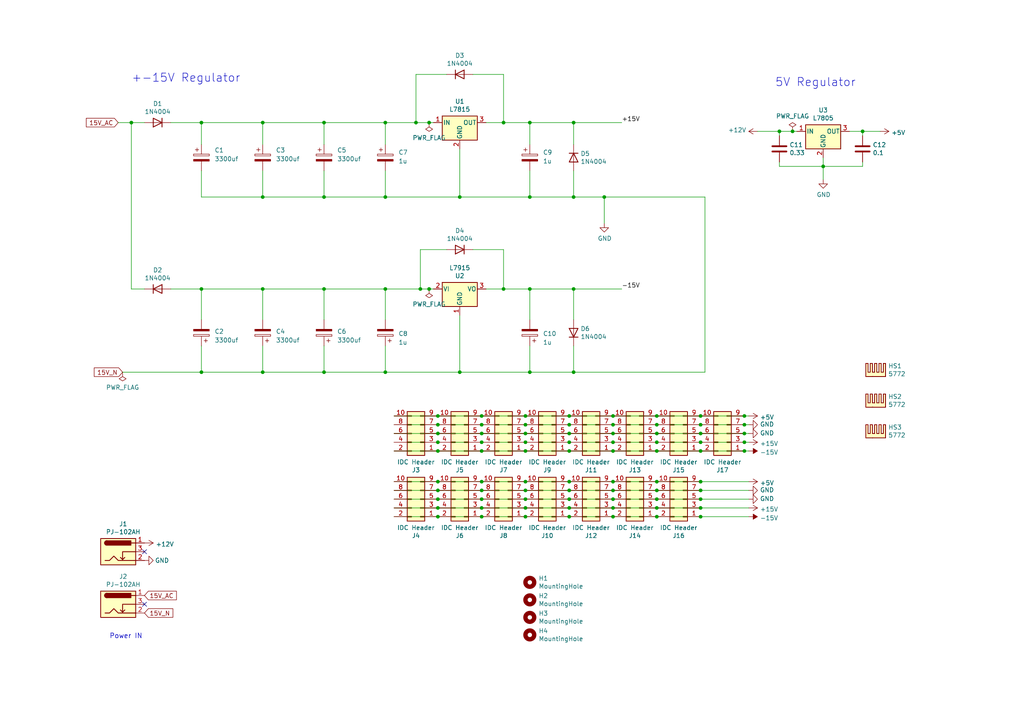
<source format=kicad_sch>
(kicad_sch (version 20230121) (generator eeschema)
  (paper "A4")
  (title_block (title "Power Supply") (date "2019-12-26") (rev "01") (comment 1 "main circuit") (comment 2 "Wall Wart Power Supply (+15V/-15V/5V)") (comment 4 "License CC BY 4.0 - Attribution 4.0 International"))
  (lib_symbols
    (symbol "Connector:Barrel_Jack_Switch" (pin_names hide)
      (property "Reference" "J" (at 0 5.334 0))
      (property "Value" "Barrel_Jack_Switch" (at 0 -5.08 0))
      (symbol "Barrel_Jack_Switch_0_1"
        (rectangle (start -5.08 3.81) (end 5.08 -3.81) (stroke (width 0.254)) (fill (type background)))
        (arc (start -3.302 3.175) (mid -3.9343 2.54) (end -3.302 1.905) (stroke (width 0.254)))
        (arc (start -3.302 3.175) (mid -3.9343 2.54) (end -3.302 1.905) (stroke (width 0.254)) (fill (type outline)))
        (polyline (pts (xy 1.27 -2.286) (xy 1.905 -1.651)) (stroke (width 0.254)))
        (polyline (pts (xy 5.08 2.54) (xy 3.81 2.54)) (stroke (width 0.254)))
        (polyline (pts (xy 5.08 0) (xy 1.27 0) (xy 1.27 -2.286) (xy 0.635 -1.651)) (stroke (width 0.254)))
        (polyline (pts (xy -3.81 -2.54) (xy -2.54 -2.54) (xy -1.27 -1.27) (xy 0 -2.54) (xy 2.54 -2.54) (xy 5.08 -2.54)) (stroke (width 0.254)))
        (rectangle (start 3.683 3.175) (end -3.302 1.905) (stroke (width 0.254)) (fill (type outline)))
      )
      (symbol "Barrel_Jack_Switch_1_1"
        (pin passive line (at 7.62 2.54 180) (length 2.54) (name "~") (number "1"))
        (pin passive line (at 7.62 -2.54 180) (length 2.54) (name "~") (number "2"))
        (pin passive line (at 7.62 0 180) (length 2.54) (name "~") (number "3"))
      )
    )
    (symbol "Connector_Generic:Conn_02x05_Odd_Even" (pin_names (offset 1.016) hide)
      (property "Reference" "J" (at 1.27 7.62 0))
      (property "Value" "Conn_02x05_Odd_Even" (at 1.27 -7.62 0))
      (symbol "Conn_02x05_Odd_Even_1_1"
        (rectangle (start -1.27 -4.953) (end 0 -5.207) (stroke (width 0.1524)))
        (rectangle (start -1.27 -2.413) (end 0 -2.667) (stroke (width 0.1524)))
        (rectangle (start -1.27 0.127) (end 0 -0.127) (stroke (width 0.1524)))
        (rectangle (start -1.27 2.667) (end 0 2.413) (stroke (width 0.1524)))
        (rectangle (start -1.27 5.207) (end 0 4.953) (stroke (width 0.1524)))
        (rectangle (start -1.27 6.35) (end 3.81 -6.35) (stroke (width 0.254)) (fill (type background)))
        (rectangle (start 3.81 -4.953) (end 2.54 -5.207) (stroke (width 0.1524)))
        (rectangle (start 3.81 -2.413) (end 2.54 -2.667) (stroke (width 0.1524)))
        (rectangle (start 3.81 0.127) (end 2.54 -0.127) (stroke (width 0.1524)))
        (rectangle (start 3.81 2.667) (end 2.54 2.413) (stroke (width 0.1524)))
        (rectangle (start 3.81 5.207) (end 2.54 4.953) (stroke (width 0.1524)))
        (pin passive line (at -5.08 5.08 0) (length 3.81) (name "Pin_1") (number "1"))
        (pin passive line (at 7.62 -5.08 180) (length 3.81) (name "Pin_10") (number "10"))
        (pin passive line (at 7.62 5.08 180) (length 3.81) (name "Pin_2") (number "2"))
        (pin passive line (at -5.08 2.54 0) (length 3.81) (name "Pin_3") (number "3"))
        (pin passive line (at 7.62 2.54 180) (length 3.81) (name "Pin_4") (number "4"))
        (pin passive line (at -5.08 0 0) (length 3.81) (name "Pin_5") (number "5"))
        (pin passive line (at 7.62 0 180) (length 3.81) (name "Pin_6") (number "6"))
        (pin passive line (at -5.08 -2.54 0) (length 3.81) (name "Pin_7") (number "7"))
        (pin passive line (at 7.62 -2.54 180) (length 3.81) (name "Pin_8") (number "8"))
        (pin passive line (at -5.08 -5.08 0) (length 3.81) (name "Pin_9") (number "9"))
      )
    )
    (symbol "Device:C" (pin_numbers hide) (pin_names (offset 0.254))
      (property "Reference" "C" (at 0.635 2.54 0))
      (property "Value" "C" (at 0.635 -2.54 0))
      (symbol "C_0_1"
        (polyline (pts (xy -2.032 -0.762) (xy 2.032 -0.762)) (stroke (width 0.508)))
        (polyline (pts (xy -2.032 0.762) (xy 2.032 0.762)) (stroke (width 0.508)))
      )
      (symbol "C_1_1"
        (pin passive line (at 0 3.81 270) (length 2.794) (name "~") (number "1"))
        (pin passive line (at 0 -3.81 90) (length 2.794) (name "~") (number "2"))
      )
    )
    (symbol "Device:C_Polarized" (pin_numbers hide) (pin_names (offset 0.254))
      (property "Reference" "C" (at 0.635 2.54 0))
      (property "Value" "C_Polarized" (at 0.635 -2.54 0))
      (symbol "C_Polarized_0_1"
        (rectangle (start -2.286 0.508) (end 2.286 1.016))
        (polyline (pts (xy -1.778 2.286) (xy -0.762 2.286)))
        (polyline (pts (xy -1.27 2.794) (xy -1.27 1.778)))
        (rectangle (start 2.286 -0.508) (end -2.286 -1.016) (fill (type outline)))
      )
      (symbol "C_Polarized_1_1"
        (pin passive line (at 0 3.81 270) (length 2.794) (name "~") (number "1"))
        (pin passive line (at 0 -3.81 90) (length 2.794) (name "~") (number "2"))
      )
    )
    (symbol "Diode:1N4004" (pin_numbers hide) (pin_names hide)
      (property "Reference" "D" (at 0 2.54 0))
      (property "Value" "1N4004" (at 0 -2.54 0))
      (symbol "1N4004_0_1"
        (polyline (pts (xy -1.27 1.27) (xy -1.27 -1.27)) (stroke (width 0.254)))
        (polyline (pts (xy 1.27 0) (xy -1.27 0)))
        (polyline (pts (xy 1.27 1.27) (xy 1.27 -1.27) (xy -1.27 0) (xy 1.27 1.27)) (stroke (width 0.254)))
      )
      (symbol "1N4004_1_1"
        (pin passive line (at -3.81 0 0) (length 2.54) (name "K") (number "1"))
        (pin passive line (at 3.81 0 180) (length 2.54) (name "A") (number "2"))
      )
    )
    (symbol "Mechanical:Heatsink" (pin_names (offset 1.016))
      (property "Reference" "HS" (at 0 5.08 0))
      (property "Value" "Heatsink" (at 0 -1.27 0))
      (symbol "Heatsink_0_1"
        (polyline (pts (xy -0.3302 1.27) (xy -0.9652 1.27) (xy -0.9652 3.81) (xy -1.6002 3.81) (xy -1.6002 1.27) (xy -2.2352 1.27) (xy -2.2352 3.81) (xy -2.8702 3.81) (xy -2.8702 0) (xy -0.9652 0)) (stroke (width 0.254)) (fill (type background)))
        (polyline (pts (xy -0.3302 1.27) (xy -0.3302 3.81) (xy 0.3048 3.81) (xy 0.3048 1.27) (xy 0.9398 1.27) (xy 0.9398 3.81) (xy 1.5748 3.81) (xy 1.5748 1.27) (xy 2.2098 1.27) (xy 2.2098 3.81) (xy 2.8448 3.81) (xy 2.8448 0) (xy -0.9652 0)) (stroke (width 0.254)) (fill (type background)))
      )
    )
    (symbol "Mechanical:MountingHole" (pin_names (offset 1.016))
      (property "Reference" "H" (at 0 5.08 0))
      (property "Value" "MountingHole" (at 0 3.175 0))
      (symbol "MountingHole_0_1"
        (circle (center 0 0) (radius 1.27) (stroke (width 1.27)))
      )
    )
    (symbol "Regulator_Linear:L7805" (pin_names (offset 0.254))
      (property "Reference" "U" (at -3.81 3.175 0))
      (property "Value" "L7805" (at 0 3.175 0))
      (symbol "L7805_0_1"
        (rectangle (start -5.08 1.905) (end 5.08 -5.08) (stroke (width 0.254)) (fill (type background)))
      )
      (symbol "L7805_1_1"
        (pin power_in line (at -7.62 0 0) (length 2.54) (name "IN") (number "1"))
        (pin power_in line (at 0 -7.62 90) (length 2.54) (name "GND") (number "2"))
        (pin power_out line (at 7.62 0 180) (length 2.54) (name "OUT") (number "3"))
      )
    )
    (symbol "Regulator_Linear:L7815" (pin_names (offset 0.254))
      (property "Reference" "U" (at -3.81 3.175 0))
      (property "Value" "L7815" (at 0 3.175 0))
      (symbol "L7815_0_1"
        (rectangle (start -5.08 1.905) (end 5.08 -5.08) (stroke (width 0.254)) (fill (type background)))
      )
      (symbol "L7815_1_1"
        (pin power_in line (at -7.62 0 0) (length 2.54) (name "IN") (number "1"))
        (pin power_in line (at 0 -7.62 90) (length 2.54) (name "GND") (number "2"))
        (pin power_out line (at 7.62 0 180) (length 2.54) (name "OUT") (number "3"))
      )
    )
    (symbol "Regulator_Linear:L7915" (pin_names (offset 0.254))
      (property "Reference" "U" (at -3.81 -3.175 0))
      (property "Value" "L7915" (at 0 -3.175 0))
      (symbol "L7915_0_1"
        (rectangle (start -5.08 5.08) (end 5.08 -1.905) (stroke (width 0.254)) (fill (type background)))
      )
      (symbol "L7915_1_1"
        (pin power_in line (at 0 7.62 270) (length 2.54) (name "GND") (number "1"))
        (pin power_in line (at -7.62 0 0) (length 2.54) (name "VI") (number "2"))
        (pin power_out line (at 7.62 0 180) (length 2.54) (name "VO") (number "3"))
      )
    )
    (symbol "power:+12V" (power) (pin_names (offset 0))
      (property "Value" "+12V" (at 0 3.556 0))
      (symbol "+12V_0_1"
        (polyline (pts (xy -0.762 1.27) (xy 0 2.54)))
        (polyline (pts (xy 0 0) (xy 0 2.54)))
        (polyline (pts (xy 0 2.54) (xy 0.762 1.27)))
      )
      (symbol "+12V_1_1"
        (pin power_in line (at 0 0 90) (length 0) hide (name "+12V") (number "1"))
      )
    )
    (symbol "power:+15V" (power) (pin_names (offset 0))
      (property "Value" "+15V" (at 0 3.556 0))
      (symbol "+15V_0_1"
        (polyline (pts (xy -0.762 1.27) (xy 0 2.54)))
        (polyline (pts (xy 0 0) (xy 0 2.54)))
        (polyline (pts (xy 0 2.54) (xy 0.762 1.27)))
      )
      (symbol "+15V_1_1"
        (pin power_in line (at 0 0 90) (length 0) hide (name "+15V") (number "1"))
      )
    )
    (symbol "power:+5V" (power) (pin_names (offset 0))
      (property "Value" "+5V" (at 0 3.556 0))
      (symbol "+5V_0_1"
        (polyline (pts (xy -0.762 1.27) (xy 0 2.54)))
        (polyline (pts (xy 0 0) (xy 0 2.54)))
        (polyline (pts (xy 0 2.54) (xy 0.762 1.27)))
      )
      (symbol "+5V_1_1"
        (pin power_in line (at 0 0 90) (length 0) hide (name "+5V") (number "1"))
      )
    )
    (symbol "power:-15V" (power) (pin_names (offset 0))
      (property "Value" "-15V" (at 0 3.81 0))
      (symbol "-15V_0_0"
        (pin power_in line (at 0 0 90) (length 0) hide (name "-15V") (number "1"))
      )
      (symbol "-15V_0_1"
        (polyline (pts (xy 0 0) (xy 0 1.27) (xy 0.762 1.27) (xy 0 2.54) (xy -0.762 1.27) (xy 0 1.27)) (fill (type outline)))
      )
    )
    (symbol "power:GND" (power) (pin_names (offset 0))
      (property "Value" "GND" (at 0 -3.81 0))
      (symbol "GND_0_1"
        (polyline (pts (xy 0 0) (xy 0 -1.27) (xy 1.27 -1.27) (xy 0 -2.54) (xy -1.27 -1.27) (xy 0 -1.27)))
      )
      (symbol "GND_1_1"
        (pin power_in line (at 0 0 270) (length 0) hide (name "GND") (number "1"))
      )
    )
    (symbol "power:PWR_FLAG" (power) (pin_numbers hide) (pin_names (offset 0) hide)
      (property "Value" "PWR_FLAG" (at 0 3.81 0))
      (symbol "PWR_FLAG_0_0"
        (pin power_out line (at 0 0 90) (length 0) (name "pwr") (number "1"))
      )
      (symbol "PWR_FLAG_0_1"
        (polyline (pts (xy 0 0) (xy 0 1.27) (xy -1.016 1.905) (xy 0 2.54) (xy 1.016 1.905) (xy 0 1.27)))
      )
    )
  )
  (junction (at 93.98 57.15))
  (junction (at 152.4 144.78))
  (junction (at 153.67 35.56))
  (junction (at 152.4 123.19))
  (junction (at 190.5 123.19))
  (junction (at 165.1 149.86))
  (junction (at 166.37 35.56))
  (junction (at 177.8 144.78))
  (junction (at 139.7 142.24))
  (junction (at 146.05 35.56))
  (junction (at 127 123.19))
  (junction (at 190.5 120.65))
  (junction (at 127 147.32))
  (junction (at 190.5 128.27))
  (junction (at 165.1 147.32))
  (junction (at 215.9 128.27))
  (junction (at 177.8 130.81))
  (junction (at 250.19 38.1))
  (junction (at 203.2 123.19))
  (junction (at 215.9 125.73))
  (junction (at 152.4 130.81))
  (junction (at 124.46 35.56))
  (junction (at 153.67 107.95))
  (junction (at 38.1 35.56))
  (junction (at 127 130.81))
  (junction (at 229.87 38.1))
  (junction (at 127 125.73))
  (junction (at 93.98 107.95))
  (junction (at 133.35 57.15))
  (junction (at 127 139.7))
  (junction (at 111.76 107.95))
  (junction (at 121.92 83.82))
  (junction (at 111.76 35.56))
  (junction (at 76.2 107.95))
  (junction (at 139.7 130.81))
  (junction (at 124.46 83.82))
  (junction (at 93.98 35.56))
  (junction (at 111.76 57.15))
  (junction (at 165.1 123.19))
  (junction (at 177.8 142.24))
  (junction (at 111.76 83.82))
  (junction (at 203.2 142.24))
  (junction (at 58.42 107.95))
  (junction (at 152.4 147.32))
  (junction (at 58.42 35.56))
  (junction (at 127 144.78))
  (junction (at 165.1 125.73))
  (junction (at 177.8 125.73))
  (junction (at 139.7 128.27))
  (junction (at 152.4 128.27))
  (junction (at 139.7 123.19))
  (junction (at 152.4 149.86))
  (junction (at 177.8 139.7))
  (junction (at 127 120.65))
  (junction (at 139.7 139.7))
  (junction (at 152.4 142.24))
  (junction (at 190.5 139.7))
  (junction (at 93.98 83.82))
  (junction (at 152.4 120.65))
  (junction (at 152.4 125.73))
  (junction (at 153.67 57.15))
  (junction (at 226.06 38.1))
  (junction (at 76.2 57.15))
  (junction (at 58.42 83.82))
  (junction (at 146.05 83.82))
  (junction (at 203.2 147.32))
  (junction (at 76.2 83.82))
  (junction (at 177.8 128.27))
  (junction (at 215.9 120.65))
  (junction (at 203.2 149.86))
  (junction (at 139.7 120.65))
  (junction (at 175.26 57.15))
  (junction (at 76.2 35.56))
  (junction (at 165.1 130.81))
  (junction (at 139.7 147.32))
  (junction (at 120.65 35.56))
  (junction (at 177.8 120.65))
  (junction (at 165.1 144.78))
  (junction (at 139.7 149.86))
  (junction (at 153.67 83.82))
  (junction (at 215.9 130.81))
  (junction (at 165.1 139.7))
  (junction (at 190.5 149.86))
  (junction (at 203.2 125.73))
  (junction (at 190.5 125.73))
  (junction (at 203.2 130.81))
  (junction (at 177.8 123.19))
  (junction (at 203.2 139.7))
  (junction (at 190.5 130.81))
  (junction (at 177.8 147.32))
  (junction (at 203.2 128.27))
  (junction (at 166.37 107.95))
  (junction (at 165.1 128.27))
  (junction (at 177.8 149.86))
  (junction (at 166.37 57.15))
  (junction (at 238.76 48.26))
  (junction (at 190.5 144.78))
  (junction (at 190.5 147.32))
  (junction (at 127 128.27))
  (junction (at 203.2 120.65))
  (junction (at 190.5 142.24))
  (junction (at 127 142.24))
  (junction (at 203.2 144.78))
  (junction (at 166.37 83.82))
  (junction (at 133.35 107.95))
  (junction (at 215.9 123.19))
  (junction (at 152.4 139.7))
  (junction (at 165.1 120.65))
  (junction (at 139.7 125.73))
  (junction (at 165.1 142.24))
  (junction (at 139.7 144.78))
  (junction (at 127 149.86))
  (no_connect (at 41.91 160.02))
  (no_connect (at 41.91 175.26))
  (wire (pts (xy 190.5 139.7) (xy 177.8 139.7)))
  (wire (pts (xy 203.2 149.86) (xy 217.17 149.86)))
  (wire (pts (xy 165.1 149.86) (xy 152.4 149.86)))
  (wire (pts (xy 226.06 38.1) (xy 229.87 38.1)))
  (wire (pts (xy 76.2 41.91) (xy 76.2 35.56)))
  (wire (pts (xy 177.8 144.78) (xy 165.1 144.78)))
  (wire (pts (xy 139.7 120.65) (xy 127 120.65)))
  (wire (pts (xy 165.1 142.24) (xy 152.4 142.24)))
  (wire (pts (xy 165.1 130.81) (xy 152.4 130.81)))
  (wire (pts (xy 217.17 123.19) (xy 215.9 123.19)))
  (wire (pts (xy 152.4 130.81) (xy 139.7 130.81)))
  (wire (pts (xy 114.3 147.32) (xy 127 147.32)))
  (wire (pts (xy 93.98 41.91) (xy 93.98 35.56)))
  (wire (pts (xy 76.2 100.33) (xy 76.2 107.95)))
  (wire (pts (xy 177.8 125.73) (xy 165.1 125.73)))
  (wire (pts (xy 111.76 57.15) (xy 133.35 57.15)))
  (wire (pts (xy 120.65 35.56) (xy 111.76 35.56)))
  (wire (pts (xy 58.42 83.82) (xy 76.2 83.82)))
  (wire (pts (xy 127 128.27) (xy 139.7 128.27)))
  (wire (pts (xy 38.1 83.82) (xy 38.1 35.56)))
  (wire (pts (xy 127 142.24) (xy 114.3 142.24)))
  (wire (pts (xy 153.67 35.56) (xy 146.05 35.56)))
  (wire (pts (xy 76.2 35.56) (xy 93.98 35.56)))
  (wire (pts (xy 125.73 35.56) (xy 124.46 35.56)))
  (wire (pts (xy 166.37 100.33) (xy 166.37 107.95)))
  (wire (pts (xy 215.9 123.19) (xy 203.2 123.19)))
  (wire (pts (xy 190.5 142.24) (xy 177.8 142.24)))
  (wire (pts (xy 93.98 83.82) (xy 111.76 83.82)))
  (wire (pts (xy 203.2 120.65) (xy 215.9 120.65)))
  (wire (pts (xy 203.2 149.86) (xy 190.5 149.86)))
  (wire (pts (xy 137.16 21.59) (xy 146.05 21.59)))
  (wire (pts (xy 127 130.81) (xy 114.3 130.81)))
  (wire (pts (xy 226.06 48.26) (xy 226.06 46.99)))
  (wire (pts (xy 127 123.19) (xy 114.3 123.19)))
  (wire (pts (xy 203.2 139.7) (xy 190.5 139.7)))
  (wire (pts (xy 121.92 72.39) (xy 121.92 83.82)))
  (wire (pts (xy 124.46 83.82) (xy 125.73 83.82)))
  (wire (pts (xy 166.37 107.95) (xy 153.67 107.95)))
  (wire (pts (xy 139.7 142.24) (xy 127 142.24)))
  (wire (pts (xy 166.37 41.91) (xy 166.37 35.56)))
  (wire (pts (xy 58.42 92.71) (xy 58.42 83.82)))
  (wire (pts (xy 177.8 149.86) (xy 165.1 149.86)))
  (wire (pts (xy 127 149.86) (xy 114.3 149.86)))
  (wire (pts (xy 93.98 35.56) (xy 111.76 35.56)))
  (wire (pts (xy 139.7 149.86) (xy 127 149.86)))
  (wire (pts (xy 177.8 139.7) (xy 165.1 139.7)))
  (wire (pts (xy 203.2 144.78) (xy 217.17 144.78)))
  (wire (pts (xy 111.76 41.91) (xy 111.76 35.56)))
  (wire (pts (xy 127 125.73) (xy 114.3 125.73)))
  (wire (pts (xy 153.67 92.71) (xy 153.67 83.82)))
  (wire (pts (xy 165.1 144.78) (xy 152.4 144.78)))
  (wire (pts (xy 93.98 49.53) (xy 93.98 57.15)))
  (wire (pts (xy 255.27 38.1) (xy 250.19 38.1)))
  (wire (pts (xy 133.35 91.44) (xy 133.35 107.95)))
  (wire (pts (xy 146.05 35.56) (xy 140.97 35.56)))
  (wire (pts (xy 76.2 83.82) (xy 93.98 83.82)))
  (wire (pts (xy 139.7 123.19) (xy 127 123.19)))
  (wire (pts (xy 226.06 48.26) (xy 238.76 48.26)))
  (wire (pts (xy 177.8 142.24) (xy 165.1 142.24)))
  (wire (pts (xy 127 147.32) (xy 139.7 147.32)))
  (wire (pts (xy 250.19 39.37) (xy 250.19 38.1)))
  (wire (pts (xy 137.16 72.39) (xy 146.05 72.39)))
  (wire (pts (xy 49.53 35.56) (xy 58.42 35.56)))
  (wire (pts (xy 120.65 35.56) (xy 120.65 21.59)))
  (wire (pts (xy 203.2 125.73) (xy 190.5 125.73)))
  (wire (pts (xy 175.26 57.15) (xy 204.47 57.15)))
  (wire (pts (xy 165.1 123.19) (xy 152.4 123.19)))
  (wire (pts (xy 204.47 107.95) (xy 166.37 107.95)))
  (wire (pts (xy 217.17 125.73) (xy 215.9 125.73)))
  (wire (pts (xy 152.4 125.73) (xy 139.7 125.73)))
  (wire (pts (xy 165.1 120.65) (xy 152.4 120.65)))
  (wire (pts (xy 133.35 107.95) (xy 111.76 107.95)))
  (wire (pts (xy 190.5 125.73) (xy 177.8 125.73)))
  (wire (pts (xy 38.1 35.56) (xy 41.91 35.56)))
  (wire (pts (xy 111.76 49.53) (xy 111.76 57.15)))
  (wire (pts (xy 93.98 57.15) (xy 111.76 57.15)))
  (wire (pts (xy 166.37 92.71) (xy 166.37 83.82)))
  (wire (pts (xy 58.42 49.53) (xy 58.42 57.15)))
  (wire (pts (xy 124.46 35.56) (xy 120.65 35.56)))
  (wire (pts (xy 166.37 83.82) (xy 180.34 83.82)))
  (wire (pts (xy 217.17 130.81) (xy 215.9 130.81)))
  (wire (pts (xy 203.2 147.32) (xy 217.17 147.32)))
  (wire (pts (xy 153.67 41.91) (xy 153.67 35.56)))
  (wire (pts (xy 58.42 107.95) (xy 35.56 107.95)))
  (wire (pts (xy 127 120.65) (xy 114.3 120.65)))
  (wire (pts (xy 153.67 100.33) (xy 153.67 107.95)))
  (wire (pts (xy 58.42 35.56) (xy 76.2 35.56)))
  (wire (pts (xy 177.8 120.65) (xy 165.1 120.65)))
  (wire (pts (xy 93.98 107.95) (xy 76.2 107.95)))
  (wire (pts (xy 203.2 120.65) (xy 190.5 120.65)))
  (wire (pts (xy 111.76 92.71) (xy 111.76 83.82)))
  (wire (pts (xy 177.8 128.27) (xy 190.5 128.27)))
  (wire (pts (xy 229.87 38.1) (xy 231.14 38.1)))
  (wire (pts (xy 190.5 128.27) (xy 203.2 128.27)))
  (wire (pts (xy 139.7 125.73) (xy 127 125.73)))
  (wire (pts (xy 190.5 144.78) (xy 177.8 144.78)))
  (wire (pts (xy 153.67 57.15) (xy 166.37 57.15)))
  (wire (pts (xy 175.26 57.15) (xy 175.26 64.77)))
  (wire (pts (xy 146.05 21.59) (xy 146.05 35.56)))
  (wire (pts (xy 129.54 72.39) (xy 121.92 72.39)))
  (wire (pts (xy 190.5 123.19) (xy 177.8 123.19)))
  (wire (pts (xy 190.5 147.32) (xy 203.2 147.32)))
  (wire (pts (xy 177.8 147.32) (xy 190.5 147.32)))
  (wire (pts (xy 215.9 128.27) (xy 217.17 128.27)))
  (wire (pts (xy 133.35 43.18) (xy 133.35 57.15)))
  (wire (pts (xy 203.2 128.27) (xy 215.9 128.27)))
  (wire (pts (xy 250.19 48.26) (xy 250.19 46.99)))
  (wire (pts (xy 111.76 83.82) (xy 121.92 83.82)))
  (wire (pts (xy 152.4 123.19) (xy 139.7 123.19)))
  (wire (pts (xy 114.3 128.27) (xy 127 128.27)))
  (wire (pts (xy 140.97 83.82) (xy 146.05 83.82)))
  (wire (pts (xy 127 139.7) (xy 114.3 139.7)))
  (wire (pts (xy 93.98 92.71) (xy 93.98 83.82)))
  (wire (pts (xy 152.4 147.32) (xy 165.1 147.32)))
  (wire (pts (xy 49.53 83.82) (xy 58.42 83.82)))
  (wire (pts (xy 177.8 123.19) (xy 165.1 123.19)))
  (wire (pts (xy 226.06 38.1) (xy 226.06 39.37)))
  (wire (pts (xy 146.05 72.39) (xy 146.05 83.82)))
  (wire (pts (xy 165.1 128.27) (xy 177.8 128.27)))
  (wire (pts (xy 76.2 92.71) (xy 76.2 83.82)))
  (wire (pts (xy 165.1 125.73) (xy 152.4 125.73)))
  (wire (pts (xy 219.71 38.1) (xy 226.06 38.1)))
  (wire (pts (xy 121.92 83.82) (xy 124.46 83.82)))
  (wire (pts (xy 152.4 120.65) (xy 139.7 120.65)))
  (wire (pts (xy 139.7 139.7) (xy 127 139.7)))
  (wire (pts (xy 153.67 49.53) (xy 153.67 57.15)))
  (wire (pts (xy 203.2 142.24) (xy 190.5 142.24)))
  (wire (pts (xy 166.37 35.56) (xy 180.34 35.56)))
  (wire (pts (xy 139.7 144.78) (xy 127 144.78)))
  (wire (pts (xy 238.76 48.26) (xy 238.76 45.72)))
  (wire (pts (xy 215.9 130.81) (xy 203.2 130.81)))
  (wire (pts (xy 93.98 100.33) (xy 93.98 107.95)))
  (wire (pts (xy 152.4 144.78) (xy 139.7 144.78)))
  (wire (pts (xy 215.9 125.73) (xy 203.2 125.73)))
  (wire (pts (xy 203.2 142.24) (xy 217.17 142.24)))
  (wire (pts (xy 246.38 38.1) (xy 250.19 38.1)))
  (wire (pts (xy 146.05 83.82) (xy 153.67 83.82)))
  (wire (pts (xy 58.42 41.91) (xy 58.42 35.56)))
  (wire (pts (xy 166.37 57.15) (xy 175.26 57.15)))
  (wire (pts (xy 76.2 57.15) (xy 93.98 57.15)))
  (wire (pts (xy 165.1 139.7) (xy 152.4 139.7)))
  (wire (pts (xy 127 144.78) (xy 114.3 144.78)))
  (wire (pts (xy 190.5 149.86) (xy 177.8 149.86)))
  (wire (pts (xy 166.37 57.15) (xy 166.37 49.53)))
  (wire (pts (xy 139.7 147.32) (xy 152.4 147.32)))
  (wire (pts (xy 153.67 107.95) (xy 133.35 107.95)))
  (wire (pts (xy 41.91 83.82) (xy 38.1 83.82)))
  (wire (pts (xy 203.2 123.19) (xy 190.5 123.19)))
  (wire (pts (xy 177.8 130.81) (xy 165.1 130.81)))
  (wire (pts (xy 203.2 144.78) (xy 190.5 144.78)))
  (wire (pts (xy 190.5 130.81) (xy 177.8 130.81)))
  (wire (pts (xy 58.42 57.15) (xy 76.2 57.15)))
  (wire (pts (xy 190.5 120.65) (xy 177.8 120.65)))
  (wire (pts (xy 166.37 35.56) (xy 153.67 35.56)))
  (wire (pts (xy 58.42 100.33) (xy 58.42 107.95)))
  (wire (pts (xy 76.2 49.53) (xy 76.2 57.15)))
  (wire (pts (xy 152.4 128.27) (xy 165.1 128.27)))
  (wire (pts (xy 152.4 149.86) (xy 139.7 149.86)))
  (wire (pts (xy 111.76 100.33) (xy 111.76 107.95)))
  (wire (pts (xy 139.7 128.27) (xy 152.4 128.27)))
  (wire (pts (xy 238.76 52.07) (xy 238.76 48.26)))
  (wire (pts (xy 133.35 57.15) (xy 153.67 57.15)))
  (wire (pts (xy 238.76 48.26) (xy 250.19 48.26)))
  (wire (pts (xy 204.47 57.15) (xy 204.47 107.95)))
  (wire (pts (xy 203.2 130.81) (xy 190.5 130.81)))
  (wire (pts (xy 111.76 107.95) (xy 93.98 107.95)))
  (wire (pts (xy 152.4 142.24) (xy 139.7 142.24)))
  (wire (pts (xy 153.67 83.82) (xy 166.37 83.82)))
  (wire (pts (xy 34.29 35.56) (xy 38.1 35.56)))
  (wire (pts (xy 215.9 120.65) (xy 217.17 120.65)))
  (wire (pts (xy 152.4 139.7) (xy 139.7 139.7)))
  (wire (pts (xy 76.2 107.95) (xy 58.42 107.95)))
  (wire (pts (xy 120.65 21.59) (xy 129.54 21.59)))
  (wire (pts (xy 203.2 139.7) (xy 217.17 139.7)))
  (wire (pts (xy 139.7 130.81) (xy 127 130.81)))
  (wire (pts (xy 165.1 147.32) (xy 177.8 147.32)))
  (text "Power IN" (at 31.75 185.42 0) (effects (font (size 1.397 1.397)) (justify left bottom)))
  (text "+-15V Regulator" (at 38.1 24.13 0) (effects (font (size 2.3876 2.3876)) (justify left bottom)))
  (text "5V Regulator" (at 224.79 25.4 0) (effects (font (size 2.3876 2.3876)) (justify left bottom)))
  (label "+15V" (at 180.34 35.56 0))
  (label "-15V" (at 180.34 83.82 0))
  (global_label "15V_N" (shape input) (at 35.56 107.95 180) (property "Intersheetrefs" "${INTERSHEET_REFS}" (effects hide)))
  (global_label "15V_N" (shape input) (at 41.91 177.8 0) (property "Intersheetrefs" "${INTERSHEET_REFS}" (effects hide)))
  (global_label "15V_AC" (shape input) (at 41.91 172.72 0) (property "Intersheetrefs" "${INTERSHEET_REFS}" (effects hide)))
  (global_label "15V_AC" (shape input) (at 34.29 35.56 180) (property "Intersheetrefs" "${INTERSHEET_REFS}" (effects hide)))
  (symbol (lib_id "Diode:1N4004") (at 45.72 35.56 180) (unit 1)
    (property "Reference" "D1" (at 45.72 30.0736 0))
    (property "Value" "1N4004" (at 45.72 32.385 0))
    (property "Footprint" "Diode_THT:D_DO-41_SOD81_P10.16mm_Horizontal" (effects hide))
    (property "Datasheet" "http://www.vishay.com/docs/88503/1n4001.pdf" (effects hide))
  )
  (symbol (lib_id "Diode:1N4004") (at 45.72 83.82 0) (unit 1)
    (property "Reference" "D2" (at 45.72 78.3336 0))
    (property "Value" "1N4004" (at 45.72 80.645 0))
    (property "Footprint" "Diode_THT:D_DO-41_SOD81_P10.16mm_Horizontal" (effects hide))
    (property "Datasheet" "http://www.vishay.com/docs/88503/1n4001.pdf" (effects hide))
  )
  (symbol (lib_id "Diode:1N4004") (at 166.37 45.72 270) (unit 1)
    (property "Reference" "D5" (at 168.3766 44.5516 90) (effects (justify left)))
    (property "Value" "1N4004" (at 168.3766 46.863 90) (effects (justify left)))
    (property "Footprint" "Diode_THT:D_DO-41_SOD81_P10.16mm_Horizontal" (effects hide))
    (property "Datasheet" "http://www.vishay.com/docs/88503/1n4001.pdf" (effects hide))
  )
  (symbol (lib_id "Diode:1N4004") (at 133.35 21.59 0) (unit 1)
    (property "Reference" "D3" (at 133.35 16.1036 0))
    (property "Value" "1N4004" (at 133.35 18.415 0))
    (property "Footprint" "Diode_THT:D_DO-41_SOD81_P10.16mm_Horizontal" (effects hide))
    (property "Datasheet" "http://www.vishay.com/docs/88503/1n4001.pdf" (effects hide))
  )
  (symbol (lib_id "Diode:1N4004") (at 166.37 96.52 90) (unit 1)
    (property "Reference" "D6" (at 168.3766 95.3516 90) (effects (justify right)))
    (property "Value" "1N4004" (at 168.3766 97.663 90) (effects (justify right)))
    (property "Footprint" "Diode_THT:D_DO-41_SOD81_P10.16mm_Horizontal" (effects hide))
    (property "Datasheet" "http://www.vishay.com/docs/88503/1n4001.pdf" (effects hide))
  )
  (symbol (lib_id "Diode:1N4004") (at 133.35 72.39 180) (unit 1)
    (property "Reference" "D4" (at 133.35 66.9036 0))
    (property "Value" "1N4004" (at 133.35 69.215 0))
    (property "Footprint" "Diode_THT:D_DO-41_SOD81_P10.16mm_Horizontal" (effects hide))
    (property "Datasheet" "http://www.vishay.com/docs/88503/1n4001.pdf" (effects hide))
  )
  (symbol (lib_id "power:+12V") (at 41.91 157.48 270) (unit 1)
    (property "Reference" "#PWR01" (effects hide))
    (property "Value" "+12V" (at 45.1612 157.861 90) (effects (justify left)))
  )
  (symbol (lib_id "Regulator_Linear:L7815") (at 133.35 35.56 0) (unit 1)
    (property "Reference" "U1" (at 133.35 29.4132 0))
    (property "Value" "L7815" (at 133.35 31.7246 0))
    (property "Footprint" "Package_TO_SOT_THT:TO-220-3_Vertical" (effects hide))
    (property "Datasheet" "http://www.st.com/content/ccc/resource/technical/document/datasheet/41/4f/b3/b0/12/d4/47/88/CD00000444.pdf/files/CD00000444.pdf/jcr:content/translations/en.CD00000444.pdf" (effects hide))
    (property "Description" "Positive 1.5A 35V Linear Regulator, Fixed Output 15V, TO-220" (effects hide))
  )
  (symbol (lib_id "Regulator_Linear:L7915") (at 133.35 83.82 0) (mirror x) (unit 1)
    (property "Reference" "U2" (at 133.35 80.01 0))
    (property "Value" "L7915" (at 133.35 77.6986 0))
    (property "Footprint" "Package_TO_SOT_THT:TO-220-3_Vertical" (effects hide))
    (property "Datasheet" "http://www.st.com/content/ccc/resource/technical/document/datasheet/c9/16/86/41/c7/2b/45/f2/CD00000450.pdf/files/CD00000450.pdf/jcr:content/translations/en.CD00000450.pdf" (effects hide))
    (property "Description" "Negative 1.5A 35V Linear Regulator, Fixed Output -15V, TO-220" (effects hide))
  )
  (symbol (lib_id "Regulator_Linear:L7805") (at 238.76 38.1 0) (unit 1)
    (property "Reference" "U3" (at 238.76 31.9532 0))
    (property "Value" "L7805" (at 238.76 34.2646 0))
    (property "Footprint" "Package_TO_SOT_THT:TO-220-3_Vertical" (effects hide))
    (property "Datasheet" "http://www.st.com/content/ccc/resource/technical/document/datasheet/41/4f/b3/b0/12/d4/47/88/CD00000444.pdf/files/CD00000444.pdf/jcr:content/translations/en.CD00000444.pdf" (effects hide))
    (property "Description" "Positive 1.5A 35V Linear Regulator, Fixed Output 5V" (effects hide))
  )
  (symbol (lib_id "Device:C") (at 226.06 43.18 0) (unit 1)
    (property "Reference" "C11" (at 228.981 42.0116 0) (effects (justify left)))
    (property "Value" "0.33" (at 228.981 44.323 0) (effects (justify left)))
    (property "Footprint" "Capacitor_THT:C_Disc_D4.7mm_W2.5mm_P5.00mm" (effects hide))
    (property "Description" "Multilayer Ceramic Capacitors MLCC" (effects hide))
  )
  (symbol (lib_id "Device:C") (at 250.19 43.18 0) (unit 1)
    (property "Reference" "C12" (at 253.111 42.0116 0) (effects (justify left)))
    (property "Value" "0.1" (at 253.111 44.323 0) (effects (justify left)))
    (property "Footprint" "Capacitor_THT:C_Disc_D4.7mm_W2.5mm_P5.00mm" (effects hide))
    (property "Description" "Multilayer Ceramic Capacitors MLCC" (effects hide))
  )
  (symbol (lib_id "power:PWR_FLAG") (at 124.46 83.82 180) (unit 1)
    (property "Reference" "#FLG03" (effects hide))
    (property "Value" "PWR_FLAG" (at 124.46 88.2396 0))
  )
  (symbol (lib_id "power:PWR_FLAG") (at 124.46 35.56 180) (unit 1)
    (property "Reference" "#FLG02" (effects hide))
    (property "Value" "PWR_FLAG" (at 124.46 39.9796 0))
  )
  (symbol (lib_id "power:PWR_FLAG") (at 35.56 107.95 180) (unit 1)
    (property "Reference" "#FLG01" (effects hide))
    (property "Value" "PWR_FLAG" (at 35.56 112.3696 0))
  )
  (symbol (lib_id "power:+5V") (at 255.27 38.1 270) (unit 1)
    (property "Reference" "#PWR016" (effects hide))
    (property "Value" "+5V" (at 258.5212 38.481 90) (effects (justify left)))
  )
  (symbol (lib_id "power:GND") (at 175.26 64.77 0) (unit 1)
    (property "Reference" "#PWR03" (effects hide))
    (property "Value" "GND" (at 175.387 69.1642 0))
  )
  (symbol (lib_id "Mechanical:MountingHole") (at 153.67 168.91 0) (unit 1)
    (property "Reference" "H1" (at 156.21 167.7416 0) (effects (justify left)))
    (property "Value" "MountingHole" (at 156.21 170.053 0) (effects (justify left)))
    (property "Footprint" "MountingHole:MountingHole_2.2mm_M2" (effects hide))
  )
  (symbol (lib_id "Mechanical:MountingHole") (at 153.67 173.99 0) (unit 1)
    (property "Reference" "H2" (at 156.21 172.8216 0) (effects (justify left)))
    (property "Value" "MountingHole" (at 156.21 175.133 0) (effects (justify left)))
    (property "Footprint" "MountingHole:MountingHole_2.2mm_M2" (effects hide))
  )
  (symbol (lib_id "Mechanical:MountingHole") (at 153.67 179.07 0) (unit 1)
    (property "Reference" "H3" (at 156.21 177.9016 0) (effects (justify left)))
    (property "Value" "MountingHole" (at 156.21 180.213 0) (effects (justify left)))
    (property "Footprint" "MountingHole:MountingHole_2.2mm_M2" (effects hide))
  )
  (symbol (lib_id "Mechanical:MountingHole") (at 153.67 184.15 0) (unit 1)
    (property "Reference" "H4" (at 156.21 182.9816 0) (effects (justify left)))
    (property "Value" "MountingHole" (at 156.21 185.293 0) (effects (justify left)))
    (property "Footprint" "MountingHole:MountingHole_2.2mm_M2" (effects hide))
  )
  (symbol (lib_id "power:PWR_FLAG") (at 229.87 38.1 0) (unit 1)
    (property "Reference" "#FLG04" (effects hide))
    (property "Value" "PWR_FLAG" (at 229.87 33.6804 0))
  )
  (symbol (lib_id "Connector_Generic:Conn_02x05_Odd_Even") (at 210.82 125.73 180) (unit 1)
    (property "Reference" "J17" (at 209.55 136.3218 0))
    (property "Value" "IDC Header" (at 209.55 134.0104 0))
    (property "Footprint" "Connector_IDC:IDC-Header_2x05_P2.54mm_Vertical" (effects hide))
    (property "Description" "Pin Header IDC, 10 Pos, 2.54mm" (effects hide))
  )
  (symbol (lib_id "Connector_Generic:Conn_02x05_Odd_Even") (at 198.12 125.73 180) (unit 1)
    (property "Reference" "J15" (at 196.85 136.3218 0))
    (property "Value" "IDC Header" (at 196.85 134.0104 0))
    (property "Footprint" "Connector_IDC:IDC-Header_2x05_P2.54mm_Vertical" (effects hide))
    (property "Description" "Pin Header IDC, 10 Pos, 2.54mm" (effects hide))
  )
  (symbol (lib_id "Connector_Generic:Conn_02x05_Odd_Even") (at 185.42 125.73 180) (unit 1)
    (property "Reference" "J13" (at 184.15 136.3218 0))
    (property "Value" "IDC Header" (at 184.15 134.0104 0))
    (property "Footprint" "Connector_IDC:IDC-Header_2x05_P2.54mm_Vertical" (effects hide))
    (property "Description" "Pin Header IDC, 10 Pos, 2.54mm" (effects hide))
  )
  (symbol (lib_id "Connector_Generic:Conn_02x05_Odd_Even") (at 172.72 125.73 180) (unit 1)
    (property "Reference" "J11" (at 171.45 136.3218 0))
    (property "Value" "IDC Header" (at 171.45 134.0104 0))
    (property "Footprint" "Connector_IDC:IDC-Header_2x05_P2.54mm_Vertical" (effects hide))
    (property "Description" "Pin Header IDC, 10 Pos, 2.54mm" (effects hide))
  )
  (symbol (lib_id "Connector_Generic:Conn_02x05_Odd_Even") (at 160.02 125.73 180) (unit 1)
    (property "Reference" "J9" (at 158.75 136.3218 0))
    (property "Value" "IDC Header" (at 158.75 134.0104 0))
    (property "Footprint" "Connector_IDC:IDC-Header_2x05_P2.54mm_Vertical" (effects hide))
    (property "Description" "Pin Header IDC, 10 Pos, 2.54mm" (effects hide))
  )
  (symbol (lib_id "Connector_Generic:Conn_02x05_Odd_Even") (at 147.32 125.73 180) (unit 1)
    (property "Reference" "J7" (at 146.05 136.3218 0))
    (property "Value" "IDC Header" (at 146.05 134.0104 0))
    (property "Footprint" "Connector_IDC:IDC-Header_2x05_P2.54mm_Vertical" (effects hide))
    (property "Description" "Pin Header IDC, 10 Pos, 2.54mm" (effects hide))
  )
  (symbol (lib_id "Connector_Generic:Conn_02x05_Odd_Even") (at 134.62 125.73 180) (unit 1)
    (property "Reference" "J5" (at 133.35 136.3218 0))
    (property "Value" "IDC Header" (at 133.35 134.0104 0))
    (property "Footprint" "Connector_IDC:IDC-Header_2x05_P2.54mm_Vertical" (effects hide))
    (property "Description" "Pin Header IDC, 10 Pos, 2.54mm" (effects hide))
  )
  (symbol (lib_id "Connector_Generic:Conn_02x05_Odd_Even") (at 121.92 125.73 180) (unit 1)
    (property "Reference" "J3" (at 120.65 136.3218 0))
    (property "Value" "IDC Header" (at 120.65 134.0104 0))
    (property "Footprint" "Connector_IDC:IDC-Header_2x05_P2.54mm_Vertical" (effects hide))
    (property "Description" "Pin Header IDC, 10 Pos, 2.54mm" (effects hide))
  )
  (symbol (lib_id "power:+5V") (at 217.17 120.65 270) (unit 1)
    (property "Reference" "#PWR04" (effects hide))
    (property "Value" "+5V" (at 220.4212 121.031 90) (effects (justify left)))
  )
  (symbol (lib_id "power:GND") (at 217.17 123.19 90) (unit 1)
    (property "Reference" "#PWR05" (effects hide))
    (property "Value" "GND" (at 220.4212 123.063 90) (effects (justify right)))
  )
  (symbol (lib_id "power:GND") (at 217.17 125.73 90) (unit 1)
    (property "Reference" "#PWR06" (effects hide))
    (property "Value" "GND" (at 220.4212 125.603 90) (effects (justify right)))
  )
  (symbol (lib_id "power:+15V") (at 217.17 128.27 270) (unit 1)
    (property "Reference" "#PWR07" (effects hide))
    (property "Value" "+15V" (at 220.4212 128.651 90) (effects (justify left)))
  )
  (symbol (lib_id "power:-15V") (at 217.17 130.81 270) (unit 1)
    (property "Reference" "#PWR08" (effects hide))
    (property "Value" "-15V" (at 220.4212 131.191 90) (effects (justify left)))
  )
  (symbol (lib_id "Connector_Generic:Conn_02x05_Odd_Even") (at 198.12 144.78 180) (unit 1)
    (property "Reference" "J16" (at 196.85 155.3718 0))
    (property "Value" "IDC Header" (at 196.85 153.0604 0))
    (property "Footprint" "Connector_IDC:IDC-Header_2x05_P2.54mm_Vertical" (effects hide))
    (property "Description" "Pin Header IDC, 10 Pos, 2.54mm" (effects hide))
  )
  (symbol (lib_id "Connector_Generic:Conn_02x05_Odd_Even") (at 185.42 144.78 180) (unit 1)
    (property "Reference" "J14" (at 184.15 155.3718 0))
    (property "Value" "IDC Header" (at 184.15 153.0604 0))
    (property "Footprint" "Connector_IDC:IDC-Header_2x05_P2.54mm_Vertical" (effects hide))
    (property "Description" "Pin Header IDC, 10 Pos, 2.54mm" (effects hide))
  )
  (symbol (lib_id "Connector_Generic:Conn_02x05_Odd_Even") (at 172.72 144.78 180) (unit 1)
    (property "Reference" "J12" (at 171.45 155.3718 0))
    (property "Value" "IDC Header" (at 171.45 153.0604 0))
    (property "Footprint" "Connector_IDC:IDC-Header_2x05_P2.54mm_Vertical" (effects hide))
    (property "Description" "Pin Header IDC, 10 Pos, 2.54mm" (effects hide))
  )
  (symbol (lib_id "Connector_Generic:Conn_02x05_Odd_Even") (at 160.02 144.78 180) (unit 1)
    (property "Reference" "J10" (at 158.75 155.3718 0))
    (property "Value" "IDC Header" (at 158.75 153.0604 0))
    (property "Footprint" "Connector_IDC:IDC-Header_2x05_P2.54mm_Vertical" (effects hide))
    (property "Description" "Pin Header IDC, 10 Pos, 2.54mm" (effects hide))
  )
  (symbol (lib_id "Connector_Generic:Conn_02x05_Odd_Even") (at 147.32 144.78 180) (unit 1)
    (property "Reference" "J8" (at 146.05 155.3718 0))
    (property "Value" "IDC Header" (at 146.05 153.0604 0))
    (property "Footprint" "Connector_IDC:IDC-Header_2x05_P2.54mm_Vertical" (effects hide))
    (property "Description" "Pin Header IDC, 10 Pos, 2.54mm" (effects hide))
  )
  (symbol (lib_id "Connector_Generic:Conn_02x05_Odd_Even") (at 134.62 144.78 180) (unit 1)
    (property "Reference" "J6" (at 133.35 155.3718 0))
    (property "Value" "IDC Header" (at 133.35 153.0604 0))
    (property "Footprint" "Connector_IDC:IDC-Header_2x05_P2.54mm_Vertical" (effects hide))
    (property "Description" "Pin Header IDC, 10 Pos, 2.54mm" (effects hide))
  )
  (symbol (lib_id "Connector_Generic:Conn_02x05_Odd_Even") (at 121.92 144.78 180) (unit 1)
    (property "Reference" "J4" (at 120.65 155.3718 0))
    (property "Value" "IDC Header" (at 120.65 153.0604 0))
    (property "Footprint" "Connector_IDC:IDC-Header_2x05_P2.54mm_Vertical" (effects hide))
    (property "Description" "Pin Header IDC, 10 Pos, 2.54mm" (effects hide))
  )
  (symbol (lib_id "power:-15V") (at 217.17 149.86 270) (unit 1)
    (property "Reference" "#PWR013" (effects hide))
    (property "Value" "-15V" (at 220.4212 150.241 90) (effects (justify left)))
  )
  (symbol (lib_id "power:+15V") (at 217.17 147.32 270) (unit 1)
    (property "Reference" "#PWR012" (effects hide))
    (property "Value" "+15V" (at 220.4212 147.701 90) (effects (justify left)))
  )
  (symbol (lib_id "power:GND") (at 217.17 144.78 90) (unit 1)
    (property "Reference" "#PWR011" (effects hide))
    (property "Value" "GND" (at 220.4212 144.653 90) (effects (justify right)))
  )
  (symbol (lib_id "power:GND") (at 217.17 142.24 90) (unit 1)
    (property "Reference" "#PWR010" (effects hide))
    (property "Value" "GND" (at 220.4212 142.113 90) (effects (justify right)))
  )
  (symbol (lib_id "power:+5V") (at 217.17 139.7 270) (unit 1)
    (property "Reference" "#PWR09" (effects hide))
    (property "Value" "+5V" (at 220.4212 140.081 90) (effects (justify left)))
  )
  (symbol (lib_id "power:+12V") (at 219.71 38.1 90) (unit 1)
    (property "Reference" "#PWR014" (effects hide))
    (property "Value" "+12V" (at 216.4588 37.719 90) (effects (justify left)))
  )
  (symbol (lib_id "power:GND") (at 238.76 52.07 0) (unit 1)
    (property "Reference" "#PWR015" (effects hide))
    (property "Value" "GND" (at 238.887 56.4642 0))
  )
  (symbol (lib_id "power:GND") (at 41.91 162.56 90) (unit 1)
    (property "Reference" "#PWR02" (effects hide))
    (property "Value" "GND" (at 46.99 162.56 90))
  )
  (symbol (lib_id "Connector:Barrel_Jack_Switch") (at 34.29 175.26 0) (unit 1)
    (property "Reference" "J2" (at 35.7378 167.2082 0))
    (property "Value" "PJ-102AH" (at 35.7378 169.5196 0))
    (property "Footprint" "Connector_BarrelJack:BarrelJack_CUI_PJ-102AH_Horizontal" (effects hide))
    (property "Description" "DC Power Connector" (effects hide))
  )
  (symbol (lib_id "Connector:Barrel_Jack_Switch") (at 34.29 160.02 0) (unit 1)
    (property "Reference" "J1" (at 35.7378 151.9682 0))
    (property "Value" "PJ-102AH" (at 35.7378 154.2796 0))
    (property "Footprint" "Connector_BarrelJack:BarrelJack_CUI_PJ-102AH_Horizontal" (effects hide))
    (property "Description" "DC Power Connector" (effects hide))
  )
  (symbol (lib_id "Mechanical:Heatsink") (at 254 109.22 0) (unit 1)
    (property "Reference" "HS1" (at 257.6068 106.1466 0) (effects (justify left)))
    (property "Value" "5772" (at 257.6068 108.458 0) (effects (justify left)))
    (property "Description" "Heatsink TO-220, No Solderable Tabs, Mounting Kit 4880SG" (effects hide))
  )
  (symbol (lib_id "Mechanical:Heatsink") (at 254 118.11 0) (unit 1)
    (property "Reference" "HS2" (at 257.6068 115.0366 0) (effects (justify left)))
    (property "Value" "5772" (at 257.6068 117.348 0) (effects (justify left)))
    (property "Description" "Heatsink TO-220, No Solderable Tabs, Mounting Kit 4880SG" (effects hide))
  )
  (symbol (lib_id "Mechanical:Heatsink") (at 254 127 0) (unit 1)
    (property "Reference" "HS3" (at 257.6068 123.9266 0) (effects (justify left)))
    (property "Value" "5772" (at 257.6068 126.238 0) (effects (justify left)))
    (property "Description" "Heatsink TO-220, No Solderable Tabs, Mounting Kit 4880SG" (effects hide))
  )
  (symbol (lib_id "Device:C_Polarized") (at 76.2 96.52 180) (unit 1)
    (property "Reference" "C4" (at 80.01 96.1389 0) (effects (justify right)))
    (property "Value" "3300uf" (at 80.01 98.6789 0) (effects (justify right)))
    (property "Footprint" "Capacitor_THT:CP_Radial_D12.5mm_P5.00mm" (effects hide))
  )
  (symbol (lib_id "Device:C_Polarized") (at 76.2 45.72 0) (unit 1)
    (property "Reference" "C3" (at 80.01 43.5609 0) (effects (justify left)))
    (property "Value" "3300uf" (at 80.01 46.1009 0) (effects (justify left)))
    (property "Footprint" "Capacitor_THT:CP_Radial_D12.5mm_P5.00mm" (effects hide))
  )
  (symbol (lib_id "Device:C_Polarized") (at 58.42 96.52 180) (unit 1)
    (property "Reference" "C2" (at 62.23 96.1389 0) (effects (justify right)))
    (property "Value" "3300uf" (at 62.23 98.6789 0) (effects (justify right)))
    (property "Footprint" "Capacitor_THT:CP_Radial_D12.5mm_P5.00mm" (effects hide))
  )
  (symbol (lib_id "Device:C_Polarized") (at 58.42 45.72 0) (unit 1)
    (property "Reference" "C1" (at 62.23 43.5609 0) (effects (justify left)))
    (property "Value" "3300uf" (at 62.23 46.1009 0) (effects (justify left)))
    (property "Footprint" "Capacitor_THT:CP_Radial_D12.5mm_P5.00mm" (effects hide))
  )
  (symbol (lib_id "Device:C_Polarized") (at 93.98 96.52 180) (unit 1)
    (property "Reference" "C6" (at 97.79 96.1389 0) (effects (justify right)))
    (property "Value" "3300uf" (at 97.79 98.6789 0) (effects (justify right)))
    (property "Footprint" "Capacitor_THT:CP_Radial_D12.5mm_P5.00mm" (effects hide))
  )
  (symbol (lib_id "Device:C_Polarized") (at 93.98 45.72 0) (unit 1)
    (property "Reference" "C5" (at 97.79 43.5609 0) (effects (justify left)))
    (property "Value" "3300uf" (at 97.79 46.1009 0) (effects (justify left)))
    (property "Footprint" "Capacitor_THT:CP_Radial_D12.5mm_P5.00mm" (effects hide))
  )
  (symbol (lib_id "Device:C_Polarized") (at 111.76 45.72 0) (unit 1)
    (property "Reference" "C7" (at 115.57 44.196 0) (effects (justify left)))
    (property "Value" "1u" (at 115.57 46.736 0) (effects (justify left)))
    (property "Footprint" "Capacitor_THT:CP_Radial_D5.0mm_P2.00mm" (effects hide))
  )
  (symbol (lib_id "Device:C_Polarized") (at 111.76 96.52 180) (unit 1)
    (property "Reference" "C8" (at 115.57 96.774 0) (effects (justify right)))
    (property "Value" "1u" (at 115.57 99.314 0) (effects (justify right)))
    (property "Footprint" "Capacitor_THT:CP_Radial_D5.0mm_P2.00mm" (effects hide))
  )
  (symbol (lib_id "Device:C_Polarized") (at 153.67 96.52 180) (unit 1)
    (property "Reference" "C10" (at 157.48 96.774 0) (effects (justify right)))
    (property "Value" "1u" (at 157.48 99.314 0) (effects (justify right)))
    (property "Footprint" "Capacitor_THT:CP_Radial_D5.0mm_P2.00mm" (effects hide))
  )
  (symbol (lib_id "Device:C_Polarized") (at 153.67 45.72 0) (unit 1)
    (property "Reference" "C9" (at 157.48 44.196 0) (effects (justify left)))
    (property "Value" "1u" (at 157.48 46.736 0) (effects (justify left)))
    (property "Footprint" "Capacitor_THT:CP_Radial_D5.0mm_P2.00mm" (effects hide))
  )
)
</source>
